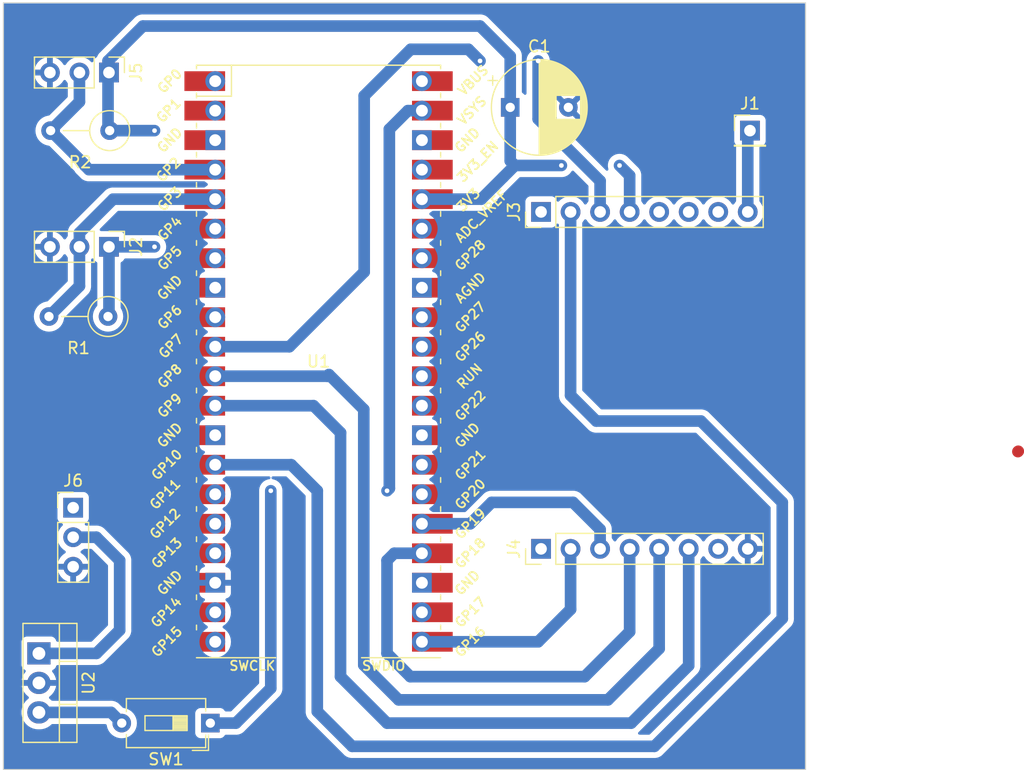
<source format=kicad_pcb>
(kicad_pcb (version 20221018) (generator pcbnew)
  (layers (0 "F.Cu" signal) (31 "B.Cu" signal) (34 "B.Paste" user) (35 "F.Paste" user) (36 "B.SilkS" user "B.Silkscreen") (37 "F.SilkS" user "F.Silkscreen") (38 "B.Mask" user) (39 "F.Mask" user) (44 "Edge.Cuts" user))
  (net 0 "")
  (net 1 "+3.3V")
  (net 2 "GND")
  (net 3 "Net-(J1-Pin_1)")
  (net 4 "Net-(J2-Pin_2)")
  (net 6 "Net-(J5-Pin_2)")
  (net 24 "Net-(J3-Pin_2)")
  (net 25 "Net-(J3-Pin_3)")
  (net 30 "Net-(J4-Pin_2)")
  (net 31 "Net-(J4-Pin_3)")
  (net 32 "Net-(J4-Pin_4)")
  (net 33 "Net-(J4-Pin_5)")
  (net 34 "Net-(J4-Pin_6)")
  (net 47 "Net-(U1-VSYS)")
  (net 49 "Net-(J6-Pin_2)")
  (net 50 "Net-(U2-VO)")
  (footprint "Capacitor_THT:CP_Radial_D8.0mm_P5.00mm" (layer "F.Cu") (at 119.597349 60)
    (fp_text reference "C1" (at 2.5 -5.25) (layer "F.SilkS"))
    (fp_text value "C_Polarized")
    (pad "1" thru_hole rect (at 0 0) (size 1.6 1.6) (drill 0.8) (layers "*.Cu" "*.Mask") (net 1 "+3.3V"))
    (pad "2" thru_hole circle (at 5 0) (size 1.6 1.6) (drill 0.8) (layers "*.Cu" "*.Mask") (net 2 "GND"))
  )
  (footprint "Package_TO_SOT_THT:TO-220-3_Vertical" (layer "F.Cu") (at 79.055 107 -90)
    (fp_text reference "U2" (at 2.54 -4.27 90) (layer "F.SilkS"))
    (fp_text value "LM7805_TO220")
    (pad "1" thru_hole rect (at 0 0 270) (size 1.905 2) (drill 1.1) (layers "*.Cu" "*.Mask") (net 49 "Net-(J6-Pin_2)"))
    (pad "2" thru_hole oval (at 2.54 0 270) (size 1.905 2) (drill 1.1) (layers "*.Cu" "*.Mask") (net 2 "GND"))
    (pad "3" thru_hole oval (at 5.08 0 270) (size 1.905 2) (drill 1.1) (layers "*.Cu" "*.Mask") (net 50 "Net-(U2-VO)"))
  )
  (footprint "Connector_PinHeader_2.54mm:PinHeader_1x03_P2.54mm_Vertical" (layer "F.Cu") (at 85.08 72 -90)
    (fp_text reference "J2" (at 0 -2.33 90) (layer "F.SilkS"))
    (fp_text value "Conn_01x03_Pin")
    (pad "1" thru_hole rect (at 0 0 270) (size 1.7 1.7) (drill 1) (layers "*.Cu" "*.Mask") (net 1 "+3.3V"))
    (pad "2" thru_hole oval (at 0 2.54 270) (size 1.7 1.7) (drill 1) (layers "*.Cu" "*.Mask") (net 4 "Net-(J2-Pin_2)"))
    (pad "3" thru_hole oval (at 0 5.08 270) (size 1.7 1.7) (drill 1) (layers "*.Cu" "*.Mask") (net 2 "GND"))
  )
  (footprint "Connector_PinHeader_2.54mm:PinHeader_1x08_P2.54mm_Vertical" (layer "F.Cu") (at 122.25 69 90)
    (fp_text reference "J3" (at 0 -2.33 90) (layer "F.SilkS"))
    (fp_text value "Conn_01x08_Pin")
    (pad "1" thru_hole rect (at 0 0 90) (size 1.7 1.7) (drill 1) (layers "*.Cu" "*.Mask"))
    (pad "2" thru_hole oval (at 0 2.54 90) (size 1.7 1.7) (drill 1) (layers "*.Cu" "*.Mask") (net 24 "Net-(J3-Pin_2)"))
    (pad "3" thru_hole oval (at 0 5.08 90) (size 1.7 1.7) (drill 1) (layers "*.Cu" "*.Mask") (net 25 "Net-(J3-Pin_3)"))
    (pad "4" thru_hole oval (at 0 7.62 90) (size 1.7 1.7) (drill 1) (layers "*.Cu" "*.Mask") (net 1 "+3.3V"))
    (pad "5" thru_hole oval (at 0 10.16 90) (size 1.7 1.7) (drill 1) (layers "*.Cu" "*.Mask"))
    (pad "6" thru_hole oval (at 0 12.7 90) (size 1.7 1.7) (drill 1) (layers "*.Cu" "*.Mask"))
    (pad "7" thru_hole oval (at 0 15.24 90) (size 1.7 1.7) (drill 1) (layers "*.Cu" "*.Mask"))
    (pad "8" thru_hole oval (at 0 17.78 90) (size 1.7 1.7) (drill 1) (layers "*.Cu" "*.Mask") (net 3 "Net-(J1-Pin_1)"))
  )
  (footprint "Connector_PinHeader_2.54mm:PinHeader_1x03_P2.54mm_Vertical" (layer "F.Cu") (at 85.08 57 -90)
    (fp_text reference "J5" (at 0 -2.33 90) (layer "F.SilkS"))
    (fp_text value "Conn_01x03_Pin")
    (pad "1" thru_hole rect (at 0 0 270) (size 1.7 1.7) (drill 1) (layers "*.Cu" "*.Mask") (net 1 "+3.3V"))
    (pad "2" thru_hole oval (at 0 2.54 270) (size 1.7 1.7) (drill 1) (layers "*.Cu" "*.Mask") (net 6 "Net-(J5-Pin_2)"))
    (pad "3" thru_hole oval (at 0 5.08 270) (size 1.7 1.7) (drill 1) (layers "*.Cu" "*.Mask") (net 2 "GND"))
  )
  (footprint "Connector_PinHeader_2.54mm:PinHeader_1x01_P2.54mm_Vertical" (layer "F.Cu") (at 140.22 62)
    (fp_text reference "J1" (at 0 -2.33) (layer "F.SilkS"))
    (fp_text value "Conn_01x01_Pin")
    (pad "1" thru_hole rect (at 0 0) (size 1.7 1.7) (drill 1) (layers "*.Cu" "*.Mask") (net 3 "Net-(J1-Pin_1)"))
  )
  (footprint "Button_Switch_THT:SW_DIP_SPSTx01_Slide_6.7x4.1mm_W7.62mm_P2.54mm_LowProfile" (layer "F.Cu") (at 93.8 113 180)
    (fp_text reference "SW1" (at 3.81 -3.11) (layer "F.SilkS"))
    (fp_text value "SW_Push")
    (pad "1" thru_hole rect (at 0 0 180) (size 1.6 1.6) (drill 0.8) (layers "*.Cu" "*.Mask") (net 47 "Net-(U1-VSYS)"))
    (pad "2" thru_hole oval (at 7.62 0 180) (size 1.6 1.6) (drill 0.8) (layers "*.Cu" "*.Mask") (net 50 "Net-(U2-VO)"))
  )
  (footprint "Resistor_THT:R_Axial_DIN0309_L9.0mm_D3.2mm_P5.08mm_Vertical" (layer "F.Cu") (at 85.14 62 180)
    (fp_text reference "R2" (at 2.54 -2.72) (layer "F.SilkS"))
    (fp_text value "R")
    (pad "1" thru_hole circle (at 0 0 180) (size 1.6 1.6) (drill 0.8) (layers "*.Cu" "*.Mask") (net 1 "+3.3V"))
    (pad "2" thru_hole oval (at 5.08 0 180) (size 1.6 1.6) (drill 0.8) (layers "*.Cu" "*.Mask") (net 6 "Net-(J5-Pin_2)"))
  )
  (footprint "Connector_PinHeader_2.54mm:PinHeader_1x08_P2.54mm_Vertical" (layer "F.Cu") (at 122.25 98 90)
    (fp_text reference "J4" (at 0 -2.33 90) (layer "F.SilkS"))
    (fp_text value "Conn_01x08_Pin")
    (pad "1" thru_hole rect (at 0 0 90) (size 1.7 1.7) (drill 1) (layers "*.Cu" "*.Mask"))
    (pad "2" thru_hole oval (at 0 2.54 90) (size 1.7 1.7) (drill 1) (layers "*.Cu" "*.Mask") (net 30 "Net-(J4-Pin_2)"))
    (pad "3" thru_hole oval (at 0 5.08 90) (size 1.7 1.7) (drill 1) (layers "*.Cu" "*.Mask") (net 31 "Net-(J4-Pin_3)"))
    (pad "4" thru_hole oval (at 0 7.62 90) (size 1.7 1.7) (drill 1) (layers "*.Cu" "*.Mask") (net 32 "Net-(J4-Pin_4)"))
    (pad "5" thru_hole oval (at 0 10.16 90) (size 1.7 1.7) (drill 1) (layers "*.Cu" "*.Mask") (net 33 "Net-(J4-Pin_5)"))
    (pad "6" thru_hole oval (at 0 12.7 90) (size 1.7 1.7) (drill 1) (layers "*.Cu" "*.Mask") (net 34 "Net-(J4-Pin_6)"))
    (pad "7" thru_hole oval (at 0 15.24 90) (size 1.7 1.7) (drill 1) (layers "*.Cu" "*.Mask"))
    (pad "8" thru_hole oval (at 0 17.78 90) (size 1.7 1.7) (drill 1) (layers "*.Cu" "*.Mask") (net 2 "GND"))
  )
  (footprint "Connector_PinHeader_2.54mm:PinHeader_1x03_P2.54mm_Vertical" (layer "F.Cu") (at 82 94.46)
    (fp_text reference "J6" (at 0 -2.33) (layer "F.SilkS"))
    (fp_text value "Conn_01x03_Pin")
    (pad "1" thru_hole rect (at 0 0) (size 1.7 1.7) (drill 1) (layers "*.Cu" "*.Mask"))
    (pad "2" thru_hole oval (at 0 2.54) (size 1.7 1.7) (drill 1) (layers "*.Cu" "*.Mask") (net 49 "Net-(J6-Pin_2)"))
    (pad "3" thru_hole oval (at 0 5.08) (size 1.7 1.7) (drill 1) (layers "*.Cu" "*.Mask") (net 2 "GND"))
  )
  (footprint "Resistor_THT:R_Axial_DIN0309_L9.0mm_D3.2mm_P5.08mm_Vertical" (layer "F.Cu") (at 85 78 180)
    (fp_text reference "R1" (at 2.54 -2.72) (layer "F.SilkS"))
    (fp_text value "R")
    (pad "1" thru_hole circle (at 0 0 180) (size 1.6 1.6) (drill 0.8) (layers "*.Cu" "*.Mask") (net 1 "+3.3V"))
    (pad "2" thru_hole oval (at 5.08 0 180) (size 1.6 1.6) (drill 0.8) (layers "*.Cu" "*.Mask") (net 4 "Net-(J2-Pin_2)"))
  )
  (footprint "MCU_RaspberryPi_and_Boards:RPi_Pico_SMD_TH" (layer "F.Cu") (at 103.11 81.87)
    (fp_text reference "U1" (at 0 0) (layer "F.SilkS"))
    (fp_text value "Pico")
    (fp_text user "GND" (at 12.8 -19.05 45) (layer "F.SilkS") (effects (font (size 0.8 0.8))))
    (fp_text user "GND" (at -12.8 -6.35 45) (layer "F.SilkS") (effects (font (size 0.8 0.8))))
    (fp_text user "GP28" (at 13.054 -9.144 45) (layer "F.SilkS") (effects (font (size 0.8 0.8))))
    (fp_text user "3V3" (at 12.9 -13.9 45) (layer "F.SilkS") (effects (font (size 0.8 0.8))))
    (fp_text user "VBUS" (at 13.3 -24.2 45) (layer "F.SilkS") (effects (font (size 0.8 0.8))))
    (fp_text user "GP12" (at -13.2 13.97 45) (layer "F.SilkS") (effects (font (size 0.8 0.8))))
    (fp_text user "GP2" (at -12.9 -16.51 45) (layer "F.SilkS") (effects (font (size 0.8 0.8))))
    (fp_text user "GP3" (at -12.8 -13.97 45) (layer "F.SilkS") (effects (font (size 0.8 0.8))))
    (fp_text user "GP4" (at -12.8 -11.43 45) (layer "F.SilkS") (effects (font (size 0.8 0.8))))
    (fp_text user "GND" (at -12.8 6.35 45) (layer "F.SilkS") (effects (font (size 0.8 0.8))))
    (fp_text user "GP11" (at -13.2 11.43 45) (layer "F.SilkS") (effects (font (size 0.8 0.8))))
    (fp_text user "GP21" (at 13.054 8.9 45) (layer "F.SilkS") (effects (font (size 0.8 0.8))))
    (fp_text user "GND" (at 12.8 6.35 45) (layer "F.SilkS") (effects (font (size 0.8 0.8))))
    (fp_text user "GP10" (at -13.054 8.89 45) (layer "F.SilkS") (effects (font (size 0.8 0.8))))
    (fp_text user "GP0" (at -12.8 -24.13 45) (layer "F.SilkS") (effects (font (size 0.8 0.8))))
    (fp_text user "GP1" (at -12.9 -21.6 45) (layer "F.SilkS") (effects (font (size 0.8 0.8))))
    (fp_text user "GND" (at -12.8 19.05 45) (layer "F.SilkS") (effects (font (size 0.8 0.8))))
    (fp_text user "GP15" (at -13.054 24.13 45) (layer "F.SilkS") (effects (font (size 0.8 0.8))))
    (fp_text user "GP9" (at -12.8 3.81 45) (layer "F.SilkS") (effects (font (size 0.8 0.8))))
    (fp_text user "GP19" (at 13.054 13.97 45) (layer "F.SilkS") (effects (font (size 0.8 0.8))))
    (fp_text user "ADC_VREF" (at 14 -12.5 45) (layer "F.SilkS") (effects (font (size 0.8 0.8))))
    (fp_text user "GND" (at -12.8 -19.05 45) (layer "F.SilkS") (effects (font (size 0.8 0.8))))
    (fp_text user "GP7" (at -12.7 -1.3 45) (layer "F.SilkS") (effects (font (size 0.8 0.8))))
    (fp_text user "GP18" (at 13.054 16.51 45) (layer "F.SilkS") (effects (font (size 0.8 0.8))))
    (fp_text user "GP6" (at -12.8 -3.81 45) (layer "F.SilkS") (effects (font (size 0.8 0.8))))
    (fp_text user "GP5" (at -12.8 -8.89 45) (layer "F.SilkS") (effects (font (size 0.8 0.8))))
    (fp_text user "3V3_EN" (at 13.7 -17.2 45) (layer "F.SilkS") (effects (font (size 0.8 0.8))))
    (fp_text user "GP26" (at 13.054 -1.27 45) (layer "F.SilkS") (effects (font (size 0.8 0.8))))
    (fp_text user "SWDIO" (at 5.6 26.2) (layer "F.SilkS") (effects (font (size 0.8 0.8))))
    (fp_text user "AGND" (at 13.054 -6.35 45) (layer "F.SilkS") (effects (font (size 0.8 0.8))))
    (fp_text user "RUN" (at 13 1.27 45) (layer "F.SilkS") (effects (font (size 0.8 0.8))))
    (fp_text user "GP27" (at 13.054 -3.8 45) (layer "F.SilkS") (effects (font (size 0.8 0.8))))
    (fp_text user "SWCLK" (at -5.7 26.2) (layer "F.SilkS") (effects (font (size 0.8 0.8))))
    (fp_text user "GP22" (at 13.054 3.81 45) (layer "F.SilkS") (effects (font (size 0.8 0.8))))
    (fp_text user "GP14" (at -13.1 21.59 45) (layer "F.SilkS") (effects (font (size 0.8 0.8))))
    (fp_text user "GP16" (at 13.054 24.13 45) (layer "F.SilkS") (effects (font (size 0.8 0.8))))
    (fp_text user "VSYS" (at 13.2 -21.59 45) (layer "F.SilkS") (effects (font (size 0.8 0.8))))
    (fp_text user "GP17" (at 13.054 21.59 45) (layer "F.SilkS") (effects (font (size 0.8 0.8))))
    (fp_text user "GP20" (at 13.054 11.43 45) (layer "F.SilkS") (effects (font (size 0.8 0.8))))
    (fp_text user "GP8" (at -12.8 1.27 45) (layer "F.SilkS") (effects (font (size 0.8 0.8))))
    (fp_text user "GP13" (at -13.054 16.51 45) (layer "F.SilkS") (effects (font (size 0.8 0.8))))
    (fp_text user "GND" (at 12.8 19.05 45) (layer "F.SilkS") (effects (font (size 0.8 0.8))))
    (pad "" np_thru_hole oval (at -2.725 -24) (size 1.8 1.8) (drill 1.8) (layers "*.Cu" "*.Mask"))
    (pad "" np_thru_hole oval (at -2.425 -20.97) (size 1.5 1.5) (drill 1.5) (layers "*.Cu" "*.Mask"))
    (pad "" np_thru_hole oval (at 2.425 -20.97) (size 1.5 1.5) (drill 1.5) (layers "*.Cu" "*.Mask"))
    (pad "" np_thru_hole oval (at 2.725 -24) (size 1.8 1.8) (drill 1.8) (layers "*.Cu" "*.Mask"))
    (pad "1" thru_hole oval (at -8.89 -24.13) (size 1.7 1.7) (drill 1.02) (layers "*.Cu" "*.Mask"))
    (pad "1" smd rect (at -8.89 -24.13) (size 3.5 1.7) (drill (offset -0.9 0)) (layers "F.Cu" "F.Mask"))
    (pad "2" thru_hole oval (at -8.89 -21.59) (size 1.7 1.7) (drill 1.02) (layers "*.Cu" "*.Mask"))
    (pad "2" smd rect (at -8.89 -21.59) (size 3.5 1.7) (drill (offset -0.9 0)) (layers "F.Cu" "F.Mask"))
    (pad "3" thru_hole rect (at -8.89 -19.05) (size 1.7 1.7) (drill 1.02) (layers "*.Cu" "*.Mask"))
    (pad "3" smd rect (at -8.89 -19.05) (size 3.5 1.7) (drill (offset -0.9 0)) (layers "F.Cu" "F.Mask"))
    (pad "4" thru_hole oval (at -8.89 -16.51) (size 1.7 1.7) (drill 1.02) (layers "*.Cu" "*.Mask") (net 6 "Net-(J5-Pin_2)"))
    (pad "4" smd rect (at -8.89 -16.51) (size 3.5 1.7) (drill (offset -0.9 0)) (layers "F.Cu" "F.Mask") (net 6 "Net-(J5-Pin_2)"))
    (pad "5" thru_hole oval (at -8.89 -13.97) (size 1.7 1.7) (drill 1.02) (layers "*.Cu" "*.Mask") (net 4 "Net-(J2-Pin_2)"))
    (pad "5" smd rect (at -8.89 -13.97) (size 3.5 1.7) (drill (offset -0.9 0)) (layers "F.Cu" "F.Mask") (net 4 "Net-(J2-Pin_2)"))
    (pad "6" thru_hole oval (at -8.89 -11.43) (size 1.7 1.7) (drill 1.02) (layers "*.Cu" "*.Mask"))
    (pad "6" smd rect (at -8.89 -11.43) (size 3.5 1.7) (drill (offset -0.9 0)) (layers "F.Cu" "F.Mask"))
    (pad "7" thru_hole oval (at -8.89 -8.89) (size 1.7 1.7) (drill 1.02) (layers "*.Cu" "*.Mask"))
    (pad "7" smd rect (at -8.89 -8.89) (size 3.5 1.7) (drill (offset -0.9 0)) (layers "F.Cu" "F.Mask"))
    (pad "8" thru_hole rect (at -8.89 -6.35) (size 1.7 1.7) (drill 1.02) (layers "*.Cu" "*.Mask"))
    (pad "8" smd rect (at -8.89 -6.35) (size 3.5 1.7) (drill (offset -0.9 0)) (layers "F.Cu" "F.Mask"))
    (pad "9" thru_hole oval (at -8.89 -3.81) (size 1.7 1.7) (drill 1.02) (layers "*.Cu" "*.Mask"))
    (pad "9" smd rect (at -8.89 -3.81) (size 3.5 1.7) (drill (offset -0.9 0)) (layers "F.Cu" "F.Mask"))
    (pad "10" thru_hole oval (at -8.89 -1.27) (size 1.7 1.7) (drill 1.02) (layers "*.Cu" "*.Mask") (net 25 "Net-(J3-Pin_3)"))
    (pad "10" smd rect (at -8.89 -1.27) (size 3.5 1.7) (drill (offset -0.9 0)) (layers "F.Cu" "F.Mask") (net 25 "Net-(J3-Pin_3)"))
    (pad "11" thru_hole oval (at -8.89 1.27) (size 1.7 1.7) (drill 1.02) (layers "*.Cu" "*.Mask") (net 33 "Net-(J4-Pin_5)"))
    (pad "11" smd rect (at -8.89 1.27) (size 3.5 1.7) (drill (offset -0.9 0)) (layers "F.Cu" "F.Mask") (net 33 "Net-(J4-Pin_5)"))
    (pad "12" thru_hole oval (at -8.89 3.81) (size 1.7 1.7) (drill 1.02) (layers "*.Cu" "*.Mask") (net 34 "Net-(J4-Pin_6)"))
    (pad "12" smd rect (at -8.89 3.81) (size 3.5 1.7) (drill (offset -0.9 0)) (layers "F.Cu" "F.Mask") (net 34 "Net-(J4-Pin_6)"))
    (pad "13" thru_hole rect (at -8.89 6.35) (size 1.7 1.7) (drill 1.02) (layers "*.Cu" "*.Mask"))
    (pad "13" smd rect (at -8.89 6.35) (size 3.5 1.7) (drill (offset -0.9 0)) (layers "F.Cu" "F.Mask"))
    (pad "14" thru_hole oval (at -8.89 8.89) (size 1.7 1.7) (drill 1.02) (layers "*.Cu" "*.Mask") (net 24 "Net-(J3-Pin_2)"))
    (pad "14" smd rect (at -8.89 8.89) (size 3.5 1.7) (drill (offset -0.9 0)) (layers "F.Cu" "F.Mask") (net 24 "Net-(J3-Pin_2)"))
    (pad "15" thru_hole oval (at -8.89 11.43) (size 1.7 1.7) (drill 1.02) (layers "*.Cu" "*.Mask"))
    (pad "15" smd rect (at -8.89 11.43) (size 3.5 1.7) (drill (offset -0.9 0)) (layers "F.Cu" "F.Mask"))
    (pad "16" thru_hole oval (at -8.89 13.97) (size 1.7 1.7) (drill 1.02) (layers "*.Cu" "*.Mask"))
    (pad "16" smd rect (at -8.89 13.97) (size 3.5 1.7) (drill (offset -0.9 0)) (layers "F.Cu" "F.Mask"))
    (pad "17" thru_hole oval (at -8.89 16.51) (size 1.7 1.7) (drill 1.02) (layers "*.Cu" "*.Mask"))
    (pad "17" smd rect (at -8.89 16.51) (size 3.5 1.7) (drill (offset -0.9 0)) (layers "F.Cu" "F.Mask"))
    (pad "18" thru_hole rect (at -8.89 19.05) (size 1.7 1.7) (drill 1.02) (layers "*.Cu" "*.Mask") (net 2 "GND"))
    (pad "18" smd rect (at -8.89 19.05) (size 3.5 1.7) (drill (offset -0.9 0)) (layers "F.Cu" "F.Mask") (net 2 "GND"))
    (pad "19" thru_hole oval (at -8.89 21.59) (size 1.7 1.7) (drill 1.02) (layers "*.Cu" "*.Mask"))
    (pad "19" smd rect (at -8.89 21.59) (size 3.5 1.7) (drill (offset -0.9 0)) (layers "F.Cu" "F.Mask"))
    (pad "20" thru_hole oval (at -8.89 24.13) (size 1.7 1.7) (drill 1.02) (layers "*.Cu" "*.Mask"))
    (pad "20" smd rect (at -8.89 24.13) (size 3.5 1.7) (drill (offset -0.9 0)) (layers "F.Cu" "F.Mask"))
    (pad "21" thru_hole oval (at 8.89 24.13) (size 1.7 1.7) (drill 1.02) (layers "*.Cu" "*.Mask") (net 30 "Net-(J4-Pin_2)"))
    (pad "21" smd rect (at 8.89 24.13) (size 3.5 1.7) (drill (offset 0.9 0)) (layers "F.Cu" "F.Mask") (net 30 "Net-(J4-Pin_2)"))
    (pad "22" thru_hole oval (at 8.89 21.59) (size 1.7 1.7) (drill 1.02) (layers "*.Cu" "*.Mask"))
    (pad "22" smd rect (at 8.89 21.59) (size 3.5 1.7) (drill (offset 0.9 0)) (layers "F.Cu" "F.Mask"))
    (pad "23" thru_hole rect (at 8.89 19.05) (size 1.7 1.7) (drill 1.02) (layers "*.Cu" "*.Mask"))
    (pad "23" smd rect (at 8.89 19.05) (size 3.5 1.7) (drill (offset 0.9 0)) (layers "F.Cu" "F.Mask"))
    (pad "24" thru_hole oval (at 8.89 16.51) (size 1.7 1.7) (drill 1.02) (layers "*.Cu" "*.Mask") (net 32 "Net-(J4-Pin_4)"))
    (pad "24" smd rect (at 8.89 16.51) (size 3.5 1.7) (drill (offset 0.9 0)) (layers "F.Cu" "F.Mask") (net 32 "Net-(J4-Pin_4)"))
    (pad "25" thru_hole oval (at 8.89 13.97) (size 1.7 1.7) (drill 1.02) (layers "*.Cu" "*.Mask") (net 31 "Net-(J4-Pin_3)"))
    (pad "25" smd rect (at 8.89 13.97) (size 3.5 1.7) (drill (offset 0.9 0)) (layers "F.Cu" "F.Mask") (net 31 "Net-(J4-Pin_3)"))
    (pad "26" thru_hole oval (at 8.89 11.43) (size 1.7 1.7) (drill 1.02) (layers "*.Cu" "*.Mask"))
    (pad "26" smd rect (at 8.89 11.43) (size 3.5 1.7) (drill (offset 0.9 0)) (layers "F.Cu" "F.Mask"))
    (pad "27" thru_hole oval (at 8.89 8.89) (size 1.7 1.7) (drill 1.02) (layers "*.Cu" "*.Mask"))
    (pad "27" smd rect (at 8.89 8.89) (size 3.5 1.7) (drill (offset 0.9 0)) (layers "F.Cu" "F.Mask"))
    (pad "28" thru_hole rect (at 8.89 6.35) (size 1.7 1.7) (drill 1.02) (layers "*.Cu" "*.Mask"))
    (pad "28" smd rect (at 8.89 6.35) (size 3.5 1.7) (drill (offset 0.9 0)) (layers "F.Cu" "F.Mask"))
    (pad "29" thru_hole oval (at 8.89 3.81) (size 1.7 1.7) (drill 1.02) (layers "*.Cu" "*.Mask"))
    (pad "29" smd rect (at 8.89 3.81) (size 3.5 1.7) (drill (offset 0.9 0)) (layers "F.Cu" "F.Mask"))
    (pad "30" thru_hole oval (at 8.89 1.27) (size 1.7 1.7) (drill 1.02) (layers "*.Cu" "*.Mask"))
    (pad "30" smd rect (at 8.89 1.27) (size 3.5 1.7) (drill (offset 0.9 0)) (layers "F.Cu" "F.Mask"))
    (pad "31" thru_hole oval (at 8.89 -1.27) (size 1.7 1.7) (drill 1.02) (layers "*.Cu" "*.Mask"))
    (pad "31" smd rect (at 8.89 -1.27) (size 3.5 1.7) (drill (offset 0.9 0)) (layers "F.Cu" "F.Mask"))
    (pad "32" thru_hole oval (at 8.89 -3.81) (size 1.7 1.7) (drill 1.02) (layers "*.Cu" "*.Mask"))
    (pad "32" smd rect (at 8.89 -3.81) (size 3.5 1.7) (drill (offset 0.9 0)) (layers "F.Cu" "F.Mask"))
    (pad "33" thru_hole rect (at 8.89 -6.35) (size 1.7 1.7) (drill 1.02) (layers "*.Cu" "*.Mask"))
    (pad "33" smd rect (at 8.89 -6.35) (size 3.5 1.7) (drill (offset 0.9 0)) (layers "F.Cu" "F.Mask"))
    (pad "34" thru_hole oval (at 8.89 -8.89) (size 1.7 1.7) (drill 1.02) (layers "*.Cu" "*.Mask"))
    (pad "34" smd rect (at 8.89 -8.89) (size 3.5 1.7) (drill (offset 0.9 0)) (layers "F.Cu" "F.Mask"))
    (pad "35" thru_hole oval (at 8.89 -11.43) (size 1.7 1.7) (drill 1.02) (layers "*.Cu" "*.Mask"))
    (pad "35" smd rect (at 8.89 -11.43) (size 3.5 1.7) (drill (offset 0.9 0)) (layers "F.Cu" "F.Mask"))
    (pad "36" thru_hole oval (at 8.89 -13.97) (size 1.7 1.7) (drill 1.02) (layers "*.Cu" "*.Mask") (net 1 "+3.3V"))
    (pad "36" smd rect (at 8.89 -13.97) (size 3.5 1.7) (drill (offset 0.9 0)) (layers "F.Cu" "F.Mask") (net 1 "+3.3V"))
    (pad "37" thru_hole oval (at 8.89 -16.51) (size 1.7 1.7) (drill 1.02) (layers "*.Cu" "*.Mask"))
    (pad "37" smd rect (at 8.89 -16.51) (size 3.5 1.7) (drill (offset 0.9 0)) (layers "F.Cu" "F.Mask"))
    (pad "38" thru_hole rect (at 8.89 -19.05) (size 1.7 1.7) (drill 1.02) (layers "*.Cu" "*.Mask"))
    (pad "38" smd rect (at 8.89 -19.05) (size 3.5 1.7) (drill (offset 0.9 0)) (layers "F.Cu" "F.Mask"))
    (pad "39" thru_hole oval (at 8.89 -21.59) (size 1.7 1.7) (drill 1.02) (layers "*.Cu" "*.Mask") (net 47 "Net-(U1-VSYS)"))
    (pad "39" smd rect (at 8.89 -21.59) (size 3.5 1.7) (drill (offset 0.9 0)) (layers "F.Cu" "F.Mask") (net 47 "Net-(U1-VSYS)"))
    (pad "40" thru_hole oval (at 8.89 -24.13) (size 1.7 1.7) (drill 1.02) (layers "*.Cu" "*.Mask"))
    (pad "40" smd rect (at 8.89 -24.13) (size 3.5 1.7) (drill (offset 0.9 0)) (layers "F.Cu" "F.Mask"))
  )
  (gr_rect (start 76 51) (end 145 117) (stroke (width 0.1)) (fill none) (layer "Edge.Cuts"))
  (via (at 129 65) (size 0.8) (drill 0.4) (layers "F.Cu" "B.Cu") (net 1))
  (via (at 124 65) (size 0.8) (drill 0.4) (layers "F.Cu" "B.Cu") (net 1))
  (via (at 89 62) (size 0.8) (drill 0.4) (layers "F.Cu" "B.Cu") (net 1))
  (via (at 89 72) (size 0.8) (drill 0.4) (layers "F.Cu" "B.Cu") (net 1))
  (segment (start 124 65) (end 120 65) (width 1) (layer "B.Cu") (net 1))
  (segment (start 117.1 67.9) (end 119 66) (width 1) (layer "B.Cu") (net 1))
  (segment (start 85.08 72) (end 85.08 77.92) (width 1) (layer "B.Cu") (net 1))
  (segment (start 129.87 69) (end 129.87 65.87) (width 1) (layer "B.Cu") (net 1))
  (segment (start 119.597349 64.597349) (end 119.597349 60) (width 1) (layer "B.Cu") (net 1))
  (segment (start 88 53) (end 85 56) (width 1) (layer "B.Cu") (net 1))
  (segment (start 120 65) (end 119 66) (width 1) (layer "B.Cu") (net 1))
  (segment (start 119.597349 55.597349) (end 117 53) (width 1) (layer "B.Cu") (net 1))
  (segment (start 119.597349 60) (end 119.597349 55.597349) (width 1) (layer "B.Cu") (net 1))
  (segment (start 85.08 72) (end 89 72) (width 1) (layer "B.Cu") (net 1))
  (segment (start 112 67.9) (end 117.1 67.9) (width 1) (layer "B.Cu") (net 1))
  (segment (start 85.14 62) (end 89 62) (width 1) (layer "B.Cu") (net 1))
  (segment (start 85.08 77.92) (end 85 78) (width 1) (layer "B.Cu") (net 1))
  (segment (start 129.87 65.87) (end 129 65) (width 1) (layer "B.Cu") (net 1))
  (segment (start 120 65) (end 119.597349 64.597349) (width 1) (layer "B.Cu") (net 1))
  (segment (start 85 61.86) (end 85.14 62) (width 1) (layer "B.Cu") (net 1))
  (segment (start 117 53) (end 88 53) (width 1) (layer "B.Cu") (net 1))
  (segment (start 85 56) (end 85 61.86) (width 1) (layer "B.Cu") (net 1))
  (segment (start 163.3 89.6) (end 163.27 89.63) (width 1) (layer "F.Cu") (net 3))
  (segment (start 140.03 62.19) (end 140.22 62) (width 1) (layer "B.Cu") (net 3))
  (segment (start 140 62.22) (end 140.22 62) (width 1) (layer "B.Cu") (net 3))
  (segment (start 139.97 69.06) (end 140.03 69) (width 1) (layer "B.Cu") (net 3))
  (segment (start 140.03 69) (end 140.03 62.19) (width 1) (layer "B.Cu") (net 3))
  (segment (start 82.54 72) (end 82.54 70.797919) (width 1) (layer "B.Cu") (net 4))
  (segment (start 82.54 75.38) (end 79.92 78) (width 1) (layer "B.Cu") (net 4))
  (segment (start 82.54 72) (end 82.54 75.38) (width 1) (layer "B.Cu") (net 4))
  (segment (start 85.437919 67.9) (end 94.22 67.9) (width 1) (layer "B.Cu") (net 4))
  (segment (start 82.54 70.797919) (end 85.437919 67.9) (width 1) (layer "B.Cu") (net 4))
  (segment (start 82.54 59.52) (end 80.06 62) (width 1) (layer "B.Cu") (net 6))
  (segment (start 83 64.94) (end 83 65) (width 1) (layer "B.Cu") (net 6))
  (segment (start 80.06 62) (end 83 64.94) (width 1) (layer "B.Cu") (net 6))
  (segment (start 82.54 57) (end 82.54 59.52) (width 1) (layer "B.Cu") (net 6))
  (segment (start 83.36 65.36) (end 94.22 65.36) (width 1) (layer "B.Cu") (net 6))
  (segment (start 83 65) (end 83.36 65.36) (width 1) (layer "B.Cu") (net 6))
  (segment (start 103 93) (end 100.76 90.76) (width 1) (layer "B.Cu") (net 24))
  (segment (start 136 87) (end 143 94) (width 1) (layer "B.Cu") (net 24))
  (segment (start 100.76 90.76) (end 94.22 90.76) (width 1) (layer "B.Cu") (net 24))
  (segment (start 106 115) (end 103 112) (width 1) (layer "B.Cu") (net 24))
  (segment (start 124.79 84.79) (end 127 87) (width 1) (layer "B.Cu") (net 24))
  (segment (start 143 104) (end 132 115) (width 1) (layer "B.Cu") (net 24))
  (segment (start 143 94) (end 143 104) (width 1) (layer "B.Cu") (net 24))
  (segment (start 124.79 69) (end 124.79 84.79) (width 1) (layer "B.Cu") (net 24))
  (segment (start 127 87) (end 136 87) (width 1) (layer "B.Cu") (net 24))
  (segment (start 132 115) (end 106 115) (width 1) (layer "B.Cu") (net 24))
  (segment (start 103 112) (end 103 93) (width 1) (layer "B.Cu") (net 24))
  (via (at 117 56) (size 0.8) (drill 0.4) (layers "F.Cu" "B.Cu") (net 25))
  (via (at 122 56) (size 0.8) (drill 0.4) (layers "F.Cu" "B.Cu") (net 25))
  (segment (start 111.038452 55) (end 116 55) (width 1) (layer "B.Cu") (net 25))
  (segment (start 127.33 66.33) (end 127.33 69) (width 1) (layer "B.Cu") (net 25))
  (segment (start 107.035 74.165) (end 107.035 59.003452) (width 1) (layer "B.Cu") (net 25))
  (segment (start 107.035 59.003452) (end 111.038452 55) (width 1) (layer "B.Cu") (net 25))
  (segment (start 94.22 80.6) (end 100.6 80.6) (width 1) (layer "B.Cu") (net 25))
  (segment (start 116 55) (end 117 56) (width 1) (layer "B.Cu") (net 25))
  (segment (start 100.6 80.6) (end 107.035 74.165) (width 1) (layer "B.Cu") (net 25))
  (segment (start 122 56) (end 122 61) (width 1) (layer "B.Cu") (net 25))
  (segment (start 122 61) (end 127.33 66.33) (width 1) (layer "B.Cu") (net 25))
  (segment (start 112 106) (end 122 106) (width 1) (layer "B.Cu") (net 30))
  (segment (start 124.79 103.21) (end 122 106) (width 1) (layer "B.Cu") (net 30))
  (segment (start 124.79 98) (end 124.79 103.21) (width 1) (layer "B.Cu") (net 30))
  (segment (start 112 95.84) (end 116.16 95.84) (width 1) (layer "B.Cu") (net 31))
  (segment (start 116.16 95.84) (end 118 94) (width 1) (layer "B.Cu") (net 31))
  (segment (start 118 94) (end 125 94) (width 1) (layer "B.Cu") (net 31))
  (segment (start 125 94) (end 127.33 96.33) (width 1) (layer "B.Cu") (net 31))
  (segment (start 127.33 96.33) (end 127.33 98) (width 1) (layer "B.Cu") (net 31))
  (segment (start 126 109) (end 111 109) (width 1) (layer "B.Cu") (net 32))
  (segment (start 129.87 105.13) (end 126 109) (width 1) (layer "B.Cu") (net 32))
  (segment (start 109 107) (end 109 99) (width 1) (layer "B.Cu") (net 32))
  (segment (start 129.87 98) (end 129.87 105.13) (width 1) (layer "B.Cu") (net 32))
  (segment (start 111 109) (end 109 107) (width 1) (layer "B.Cu") (net 32))
  (segment (start 109 99) (end 109.62 98.38) (width 1) (layer "B.Cu") (net 32))
  (segment (start 109.62 98.38) (end 112 98.38) (width 1) (layer "B.Cu") (net 32))
  (segment (start 132.41 106.59) (end 128 111) (width 1) (layer "B.Cu") (net 33))
  (segment (start 104 83) (end 107 86) (width 1) (layer "B.Cu") (net 33))
  (segment (start 103.86 83.14) (end 104 83) (width 1) (layer "B.Cu") (net 33))
  (segment (start 110 111) (end 128 111) (width 1) (layer "B.Cu") (net 33))
  (segment (start 94.22 83.14) (end 103.86 83.14) (width 1) (layer "B.Cu") (net 33))
  (segment (start 107 108) (end 110 111) (width 1) (layer "B.Cu") (net 33))
  (segment (start 132.41 98) (end 132.41 106.59) (width 1) (layer "B.Cu") (net 33))
  (segment (start 107 86) (end 107 108) (width 1) (layer "B.Cu") (net 33))
  (segment (start 109 113) (end 105 109) (width 1) (layer "B.Cu") (net 34))
  (segment (start 102.68 85.68) (end 94.22 85.68) (width 1) (layer "B.Cu") (net 34))
  (segment (start 105 109) (end 105 88) (width 1) (layer "B.Cu") (net 34))
  (segment (start 134.95 98) (end 134.95 108.05) (width 1) (layer "B.Cu") (net 34))
  (segment (start 130 113) (end 109 113) (width 1) (layer "B.Cu") (net 34))
  (segment (start 134.95 108.05) (end 130 113) (width 1) (layer "B.Cu") (net 34))
  (segment (start 105 88) (end 102.68 85.68) (width 1) (layer "B.Cu") (net 34))
  (via (at 109 93) (size 0.8) (drill 0.4) (layers "F.Cu" "B.Cu") (net 47))
  (via (at 99 93) (size 0.8) (drill 0.4) (layers "F.Cu" "B.Cu") (net 47))
  (segment (start 99 110) (end 99 93) (width 1) (layer "B.Cu") (net 47))
  (segment (start 109.2 61.877919) (end 110.797919 60.28) (width 1) (layer "B.Cu") (net 47))
  (segment (start 110.797919 60.28) (end 112 60.28) (width 1) (layer "B.Cu") (net 47))
  (segment (start 109 93) (end 109.2 92.8) (width 1) (layer "B.Cu") (net 47))
  (segment (start 99 110) (end 96 113) (width 1) (layer "B.Cu") (net 47))
  (segment (start 96 113) (end 93.8 113) (width 1) (layer "B.Cu") (net 47))
  (segment (start 109.2 92.8) (end 109.2 61.877919) (width 1) (layer "B.Cu") (net 47))
  (segment (start 84 107) (end 79.055 107) (width 1) (layer "B.Cu") (net 49))
  (segment (start 86 99) (end 84 97) (width 1) (layer "B.Cu") (net 49))
  (segment (start 86 105) (end 84 107) (width 1) (layer "B.Cu") (net 49))
  (segment (start 84 97) (end 82 97) (width 1) (layer "B.Cu") (net 49))
  (segment (start 86 99) (end 86 105) (width 1) (layer "B.Cu") (net 49))
  (segment (start 85.26 112.08) (end 86.18 113) (width 1) (layer "B.Cu") (net 50))
  (segment (start 79.055 112.08) (end 85.26 112.08) (width 1) (layer "B.Cu") (net 50))
  (zone (net 2) (net_name "GND") (layer "B.Cu") (connect_pads (clearance 0.5)) (min_thickness 0.25) (fill yes (thermal_gap 0.5) (thermal_bridge_width 0.5))
    (polygon (pts (xy 76 51) (xy 145 51) (xy 145 117) (xy 76 117)))
  )
)
</source>
